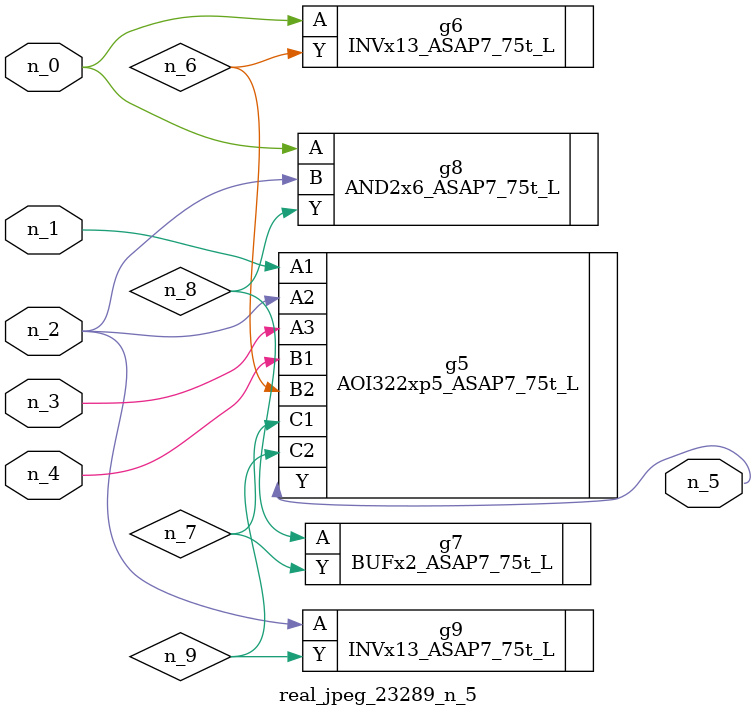
<source format=v>
module real_jpeg_23289_n_5 (n_4, n_0, n_1, n_2, n_3, n_5);

input n_4;
input n_0;
input n_1;
input n_2;
input n_3;

output n_5;

wire n_8;
wire n_6;
wire n_7;
wire n_9;

INVx13_ASAP7_75t_L g6 ( 
.A(n_0),
.Y(n_6)
);

AND2x6_ASAP7_75t_L g8 ( 
.A(n_0),
.B(n_2),
.Y(n_8)
);

AOI322xp5_ASAP7_75t_L g5 ( 
.A1(n_1),
.A2(n_2),
.A3(n_3),
.B1(n_4),
.B2(n_6),
.C1(n_7),
.C2(n_9),
.Y(n_5)
);

INVx13_ASAP7_75t_L g9 ( 
.A(n_2),
.Y(n_9)
);

BUFx2_ASAP7_75t_L g7 ( 
.A(n_8),
.Y(n_7)
);


endmodule
</source>
